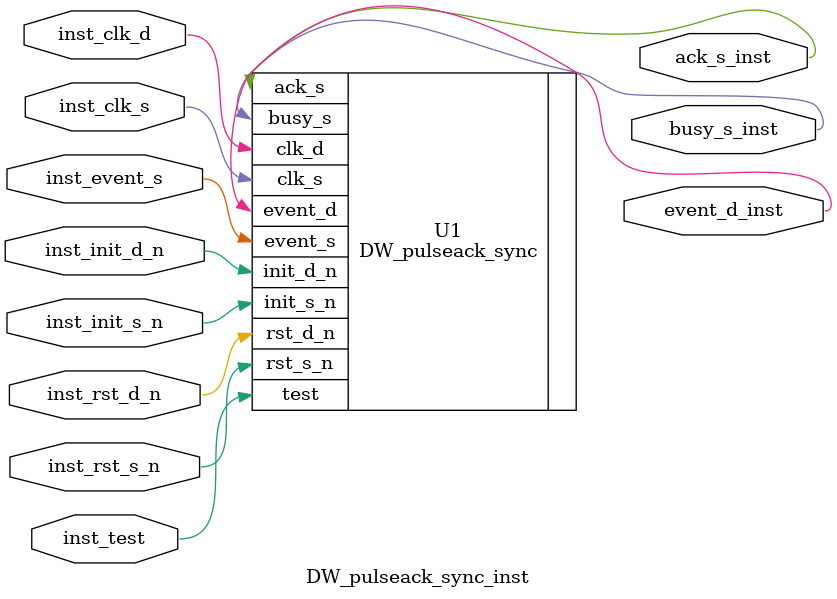
<source format=v>
module DW_pulseack_sync_inst( inst_clk_s, inst_rst_s_n, inst_init_s_n, inst_event_s, inst_clk_d, 
		inst_rst_d_n, inst_init_d_n, inst_test, busy_s_inst, ack_s_inst, 
		event_d_inst );

parameter reg_event = 1;
parameter reg_ack = 1;
parameter ack_delay = 0;
parameter f_sync_type = 2;
parameter r_sync_type = 2;
parameter tst_mode = 0;
parameter verif_en = 1;
parameter pulse_mode = 0;


input inst_clk_s;
input inst_rst_s_n;
input inst_init_s_n;
input inst_event_s;
input inst_clk_d;
input inst_rst_d_n;
input inst_init_d_n;
input inst_test;
output busy_s_inst;
output ack_s_inst;
output event_d_inst;

    // Instance of DW_pulseack_sync
    DW_pulseack_sync #(reg_event, reg_ack, ack_delay, f_sync_type, r_sync_type, tst_mode, verif_en, pulse_mode)
	  U1 ( .clk_s(inst_clk_s), .rst_s_n(inst_rst_s_n), .init_s_n(inst_init_s_n), .event_s(inst_event_s), .clk_d(inst_clk_d), .rst_d_n(inst_rst_d_n), .init_d_n(inst_init_d_n), .test(inst_test), .busy_s(busy_s_inst), .ack_s(ack_s_inst), .event_d(event_d_inst) );

endmodule

</source>
